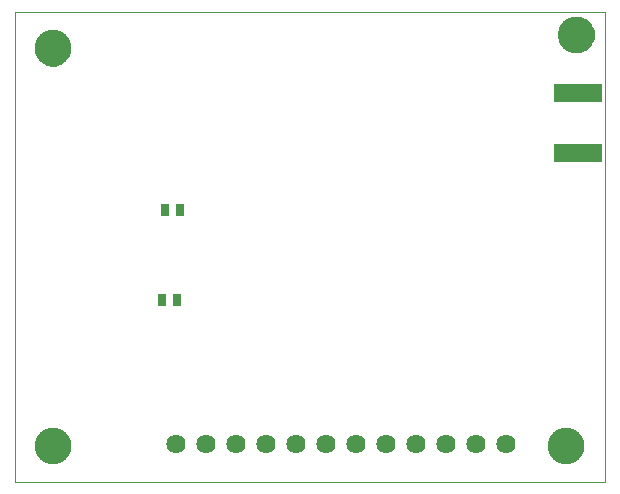
<source format=gbs>
G75*
G70*
%OFA0B0*%
%FSLAX24Y24*%
%IPPOS*%
%LPD*%
%AMOC8*
5,1,8,0,0,1.08239X$1,22.5*
%
%ADD10C,0.0000*%
%ADD11C,0.1221*%
%ADD12R,0.1640X0.0640*%
%ADD13R,0.0290X0.0410*%
%ADD14C,0.0640*%
D10*
X000671Y003960D02*
X020356Y003960D01*
X020356Y019645D01*
X000671Y019645D01*
X000671Y003960D01*
X001343Y005184D02*
X001345Y005232D01*
X001351Y005280D01*
X001361Y005327D01*
X001374Y005373D01*
X001392Y005418D01*
X001412Y005462D01*
X001437Y005504D01*
X001465Y005543D01*
X001495Y005580D01*
X001529Y005614D01*
X001566Y005646D01*
X001604Y005675D01*
X001645Y005700D01*
X001688Y005722D01*
X001733Y005740D01*
X001779Y005754D01*
X001826Y005765D01*
X001874Y005772D01*
X001922Y005775D01*
X001970Y005774D01*
X002018Y005769D01*
X002066Y005760D01*
X002112Y005748D01*
X002157Y005731D01*
X002201Y005711D01*
X002243Y005688D01*
X002283Y005661D01*
X002321Y005631D01*
X002356Y005598D01*
X002388Y005562D01*
X002418Y005524D01*
X002444Y005483D01*
X002466Y005440D01*
X002486Y005396D01*
X002501Y005351D01*
X002513Y005304D01*
X002521Y005256D01*
X002525Y005208D01*
X002525Y005160D01*
X002521Y005112D01*
X002513Y005064D01*
X002501Y005017D01*
X002486Y004972D01*
X002466Y004928D01*
X002444Y004885D01*
X002418Y004844D01*
X002388Y004806D01*
X002356Y004770D01*
X002321Y004737D01*
X002283Y004707D01*
X002243Y004680D01*
X002201Y004657D01*
X002157Y004637D01*
X002112Y004620D01*
X002066Y004608D01*
X002018Y004599D01*
X001970Y004594D01*
X001922Y004593D01*
X001874Y004596D01*
X001826Y004603D01*
X001779Y004614D01*
X001733Y004628D01*
X001688Y004646D01*
X001645Y004668D01*
X001604Y004693D01*
X001566Y004722D01*
X001529Y004754D01*
X001495Y004788D01*
X001465Y004825D01*
X001437Y004864D01*
X001412Y004906D01*
X001392Y004950D01*
X001374Y004995D01*
X001361Y005041D01*
X001351Y005088D01*
X001345Y005136D01*
X001343Y005184D01*
X001343Y018434D02*
X001345Y018482D01*
X001351Y018530D01*
X001361Y018577D01*
X001374Y018623D01*
X001392Y018668D01*
X001412Y018712D01*
X001437Y018754D01*
X001465Y018793D01*
X001495Y018830D01*
X001529Y018864D01*
X001566Y018896D01*
X001604Y018925D01*
X001645Y018950D01*
X001688Y018972D01*
X001733Y018990D01*
X001779Y019004D01*
X001826Y019015D01*
X001874Y019022D01*
X001922Y019025D01*
X001970Y019024D01*
X002018Y019019D01*
X002066Y019010D01*
X002112Y018998D01*
X002157Y018981D01*
X002201Y018961D01*
X002243Y018938D01*
X002283Y018911D01*
X002321Y018881D01*
X002356Y018848D01*
X002388Y018812D01*
X002418Y018774D01*
X002444Y018733D01*
X002466Y018690D01*
X002486Y018646D01*
X002501Y018601D01*
X002513Y018554D01*
X002521Y018506D01*
X002525Y018458D01*
X002525Y018410D01*
X002521Y018362D01*
X002513Y018314D01*
X002501Y018267D01*
X002486Y018222D01*
X002466Y018178D01*
X002444Y018135D01*
X002418Y018094D01*
X002388Y018056D01*
X002356Y018020D01*
X002321Y017987D01*
X002283Y017957D01*
X002243Y017930D01*
X002201Y017907D01*
X002157Y017887D01*
X002112Y017870D01*
X002066Y017858D01*
X002018Y017849D01*
X001970Y017844D01*
X001922Y017843D01*
X001874Y017846D01*
X001826Y017853D01*
X001779Y017864D01*
X001733Y017878D01*
X001688Y017896D01*
X001645Y017918D01*
X001604Y017943D01*
X001566Y017972D01*
X001529Y018004D01*
X001495Y018038D01*
X001465Y018075D01*
X001437Y018114D01*
X001412Y018156D01*
X001392Y018200D01*
X001374Y018245D01*
X001361Y018291D01*
X001351Y018338D01*
X001345Y018386D01*
X001343Y018434D01*
X018443Y005184D02*
X018445Y005232D01*
X018451Y005280D01*
X018461Y005327D01*
X018474Y005373D01*
X018492Y005418D01*
X018512Y005462D01*
X018537Y005504D01*
X018565Y005543D01*
X018595Y005580D01*
X018629Y005614D01*
X018666Y005646D01*
X018704Y005675D01*
X018745Y005700D01*
X018788Y005722D01*
X018833Y005740D01*
X018879Y005754D01*
X018926Y005765D01*
X018974Y005772D01*
X019022Y005775D01*
X019070Y005774D01*
X019118Y005769D01*
X019166Y005760D01*
X019212Y005748D01*
X019257Y005731D01*
X019301Y005711D01*
X019343Y005688D01*
X019383Y005661D01*
X019421Y005631D01*
X019456Y005598D01*
X019488Y005562D01*
X019518Y005524D01*
X019544Y005483D01*
X019566Y005440D01*
X019586Y005396D01*
X019601Y005351D01*
X019613Y005304D01*
X019621Y005256D01*
X019625Y005208D01*
X019625Y005160D01*
X019621Y005112D01*
X019613Y005064D01*
X019601Y005017D01*
X019586Y004972D01*
X019566Y004928D01*
X019544Y004885D01*
X019518Y004844D01*
X019488Y004806D01*
X019456Y004770D01*
X019421Y004737D01*
X019383Y004707D01*
X019343Y004680D01*
X019301Y004657D01*
X019257Y004637D01*
X019212Y004620D01*
X019166Y004608D01*
X019118Y004599D01*
X019070Y004594D01*
X019022Y004593D01*
X018974Y004596D01*
X018926Y004603D01*
X018879Y004614D01*
X018833Y004628D01*
X018788Y004646D01*
X018745Y004668D01*
X018704Y004693D01*
X018666Y004722D01*
X018629Y004754D01*
X018595Y004788D01*
X018565Y004825D01*
X018537Y004864D01*
X018512Y004906D01*
X018492Y004950D01*
X018474Y004995D01*
X018461Y005041D01*
X018451Y005088D01*
X018445Y005136D01*
X018443Y005184D01*
X018793Y018884D02*
X018795Y018932D01*
X018801Y018980D01*
X018811Y019027D01*
X018824Y019073D01*
X018842Y019118D01*
X018862Y019162D01*
X018887Y019204D01*
X018915Y019243D01*
X018945Y019280D01*
X018979Y019314D01*
X019016Y019346D01*
X019054Y019375D01*
X019095Y019400D01*
X019138Y019422D01*
X019183Y019440D01*
X019229Y019454D01*
X019276Y019465D01*
X019324Y019472D01*
X019372Y019475D01*
X019420Y019474D01*
X019468Y019469D01*
X019516Y019460D01*
X019562Y019448D01*
X019607Y019431D01*
X019651Y019411D01*
X019693Y019388D01*
X019733Y019361D01*
X019771Y019331D01*
X019806Y019298D01*
X019838Y019262D01*
X019868Y019224D01*
X019894Y019183D01*
X019916Y019140D01*
X019936Y019096D01*
X019951Y019051D01*
X019963Y019004D01*
X019971Y018956D01*
X019975Y018908D01*
X019975Y018860D01*
X019971Y018812D01*
X019963Y018764D01*
X019951Y018717D01*
X019936Y018672D01*
X019916Y018628D01*
X019894Y018585D01*
X019868Y018544D01*
X019838Y018506D01*
X019806Y018470D01*
X019771Y018437D01*
X019733Y018407D01*
X019693Y018380D01*
X019651Y018357D01*
X019607Y018337D01*
X019562Y018320D01*
X019516Y018308D01*
X019468Y018299D01*
X019420Y018294D01*
X019372Y018293D01*
X019324Y018296D01*
X019276Y018303D01*
X019229Y018314D01*
X019183Y018328D01*
X019138Y018346D01*
X019095Y018368D01*
X019054Y018393D01*
X019016Y018422D01*
X018979Y018454D01*
X018945Y018488D01*
X018915Y018525D01*
X018887Y018564D01*
X018862Y018606D01*
X018842Y018650D01*
X018824Y018695D01*
X018811Y018741D01*
X018801Y018788D01*
X018795Y018836D01*
X018793Y018884D01*
D11*
X019384Y018884D03*
X019034Y005184D03*
X001934Y005184D03*
X001934Y018434D03*
D12*
X019434Y016944D03*
X019434Y014944D03*
D13*
X006184Y013034D03*
X005684Y013034D03*
X005584Y010034D03*
X006084Y010034D03*
D14*
X006034Y005234D03*
X007034Y005234D03*
X008034Y005234D03*
X009034Y005234D03*
X010034Y005234D03*
X011034Y005234D03*
X012034Y005234D03*
X013034Y005234D03*
X014034Y005234D03*
X015034Y005234D03*
X016034Y005234D03*
X017034Y005234D03*
M02*

</source>
